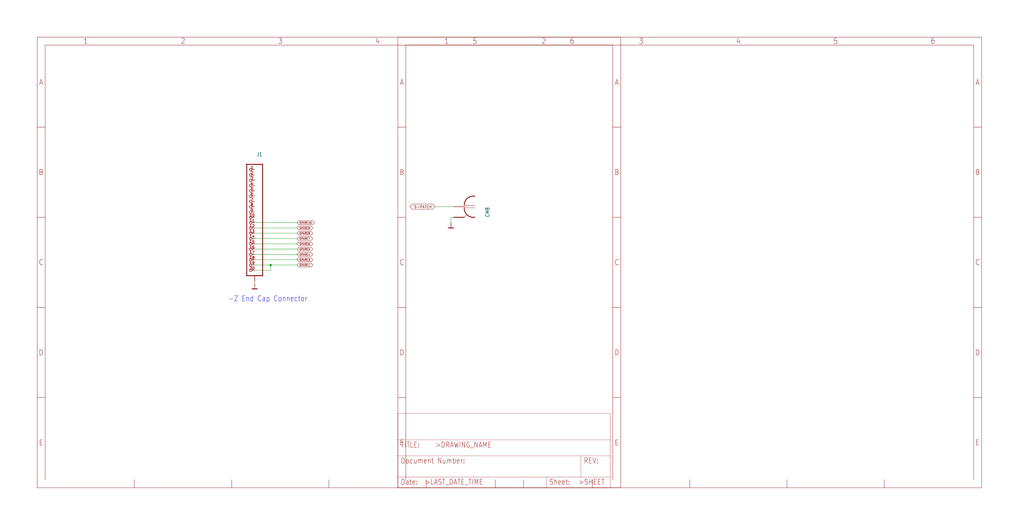
<source format=kicad_sch>
(kicad_sch (version 20211123) (generator eeschema)
  (paper "User" 490.22 254.406)
  (lib_symbols
    (symbol "oresat-backplane-1u-eagle-import:5-104196-5"
      (property "Reference" "J" (at -6.35 29.21 0))
      (property "Value" "5-104196-5" (at -6.35 26.67 0))
      (symbol "5-104196-5_1_0"
        (polyline (pts (xy -6.35 -27.94) (xy 1.27 -27.94)) (stroke (width 0.4064)))
        (polyline (pts (xy -6.35 25.4) (xy -6.35 -27.94)) (stroke (width 0.4064)))
        (polyline (pts (xy 1.27 -27.94) (xy 1.27 25.4)) (stroke (width 0.4064)))
        (polyline (pts (xy 1.27 25.4) (xy -6.35 25.4)) (stroke (width 0.4064)))
        (pin passive inverted (at -2.54 22.86 0) (length 2.54) (name "1") (number "1"))
        (pin passive inverted (at -2.54 0 0) (length 2.54) (name "10") (number "10"))
        (pin passive inverted (at -2.54 -2.54 0) (length 2.54) (name "11") (number "11"))
        (pin passive inverted (at -2.54 -5.08 0) (length 2.54) (name "12") (number "12"))
        (pin passive inverted (at -2.54 -7.62 0) (length 2.54) (name "13") (number "13"))
        (pin passive inverted (at -2.54 -10.16 0) (length 2.54) (name "14") (number "14"))
        (pin passive inverted (at -2.54 -12.7 0) (length 2.54) (name "15") (number "15"))
        (pin passive inverted (at -2.54 -15.24 0) (length 2.54) (name "16") (number "16"))
        (pin passive inverted (at -2.54 -17.78 0) (length 2.54) (name "17") (number "17"))
        (pin passive inverted (at -2.54 -20.32 0) (length 2.54) (name "18") (number "18"))
        (pin passive inverted (at -2.54 -22.86 0) (length 2.54) (name "19") (number "19"))
        (pin passive inverted (at -2.54 20.32 0) (length 2.54) (name "2") (number "2"))
        (pin passive inverted (at -2.54 -25.4 0) (length 2.54) (name "20") (number "20"))
        (pin passive inverted (at -2.54 17.78 0) (length 2.54) (name "3") (number "3"))
        (pin passive inverted (at -2.54 15.24 0) (length 2.54) (name "4") (number "4"))
        (pin passive inverted (at -2.54 12.7 0) (length 2.54) (name "5") (number "5"))
        (pin passive inverted (at -2.54 10.16 0) (length 2.54) (name "6") (number "6"))
        (pin passive inverted (at -2.54 7.62 0) (length 2.54) (name "7") (number "7"))
        (pin passive inverted (at -2.54 5.08 0) (length 2.54) (name "8") (number "8"))
        (pin passive inverted (at -2.54 2.54 0) (length 2.54) (name "9") (number "9"))
        (pin passive line (at -2.54 -30.48 90) (length 2.54) (name "HD") (number "HD1"))
        (pin passive line (at -2.54 -30.48 90) (length 2.54) (name "HD") (number "HD2"))
        (pin passive line (at -2.54 -30.48 90) (length 2.54) (name "HD") (number "HD3"))
      )
    )
    (symbol "oresat-backplane-1u-eagle-import:FRAME_A_L"
      (symbol "FRAME_A_L_0_0"
        (polyline (pts (xy 0 43.18) (xy 3.81 43.18)))
        (polyline (pts (xy 0 86.36) (xy 3.81 86.36)))
        (polyline (pts (xy 0 129.54) (xy 3.81 129.54)))
        (polyline (pts (xy 0 172.72) (xy 3.81 172.72)))
        (polyline (pts (xy 3.81 3.81) (xy 3.81 212.09)))
        (polyline (pts (xy 46.5667 0) (xy 46.5667 3.81)))
        (polyline (pts (xy 93.1333 0) (xy 93.1333 3.81)))
        (polyline (pts (xy 139.7 0) (xy 139.7 3.81)))
        (polyline (pts (xy 186.2667 0) (xy 186.2667 3.81)))
        (polyline (pts (xy 232.8333 0) (xy 232.8333 3.81)))
        (polyline (pts (xy 275.59 3.81) (xy 275.59 212.09)))
        (polyline (pts (xy 275.59 43.18) (xy 279.4 43.18)))
        (polyline (pts (xy 275.59 86.36) (xy 279.4 86.36)))
        (polyline (pts (xy 275.59 129.54) (xy 279.4 129.54)))
        (polyline (pts (xy 275.59 172.72) (xy 279.4 172.72)))
        (polyline (pts (xy 275.59 212.09) (xy 3.81 212.09)))
        (polyline (pts (xy 0 0) (xy 279.4 0) (xy 279.4 215.9) (xy 0 215.9) (xy 0 0)))
        (text "1" (at 23.2833 213.995 0) (effects (font (size 2.54 2.286))))
        (text "2" (at 69.85 213.995 0) (effects (font (size 2.54 2.286))))
        (text "3" (at 116.4167 213.995 0) (effects (font (size 2.54 2.286))))
        (text "4" (at 162.9833 213.995 0) (effects (font (size 2.54 2.286))))
        (text "5" (at 209.55 213.995 0) (effects (font (size 2.54 2.286))))
        (text "6" (at 256.1167 213.995 0) (effects (font (size 2.54 2.286))))
        (text "A" (at 1.905 194.31 0) (effects (font (size 2.54 2.286))))
        (text "A" (at 277.495 194.31 0) (effects (font (size 2.54 2.286))))
        (text "B" (at 1.905 151.13 0) (effects (font (size 2.54 2.286))))
        (text "B" (at 277.495 151.13 0) (effects (font (size 2.54 2.286))))
        (text "C" (at 1.905 107.95 0) (effects (font (size 2.54 2.286))))
        (text "C" (at 277.495 107.95 0) (effects (font (size 2.54 2.286))))
        (text "D" (at 1.905 64.77 0) (effects (font (size 2.54 2.286))))
        (text "D" (at 277.495 64.77 0) (effects (font (size 2.54 2.286))))
        (text "E" (at 1.905 21.59 0) (effects (font (size 2.54 2.286))))
        (text "E" (at 277.495 21.59 0) (effects (font (size 2.54 2.286))))
      )
      (symbol "FRAME_A_L_2_0"
        (polyline (pts (xy 0 0) (xy 0 5.08)) (stroke (width 0.1016)))
        (polyline (pts (xy 0 0) (xy 71.12 0)) (stroke (width 0.1016)))
        (polyline (pts (xy 0 5.08) (xy 0 15.24)) (stroke (width 0.1016)))
        (polyline (pts (xy 0 5.08) (xy 71.12 5.08)) (stroke (width 0.1016)))
        (polyline (pts (xy 0 15.24) (xy 0 22.86)) (stroke (width 0.1016)))
        (polyline (pts (xy 0 22.86) (xy 0 35.56)) (stroke (width 0.1016)))
        (polyline (pts (xy 0 22.86) (xy 101.6 22.86)) (stroke (width 0.1016)))
        (polyline (pts (xy 71.12 0) (xy 101.6 0)) (stroke (width 0.1016)))
        (polyline (pts (xy 71.12 5.08) (xy 71.12 0)) (stroke (width 0.1016)))
        (polyline (pts (xy 71.12 5.08) (xy 87.63 5.08)) (stroke (width 0.1016)))
        (polyline (pts (xy 87.63 5.08) (xy 101.6 5.08)) (stroke (width 0.1016)))
        (polyline (pts (xy 87.63 15.24) (xy 0 15.24)) (stroke (width 0.1016)))
        (polyline (pts (xy 87.63 15.24) (xy 87.63 5.08)) (stroke (width 0.1016)))
        (polyline (pts (xy 101.6 5.08) (xy 101.6 0)) (stroke (width 0.1016)))
        (polyline (pts (xy 101.6 15.24) (xy 87.63 15.24)) (stroke (width 0.1016)))
        (polyline (pts (xy 101.6 15.24) (xy 101.6 5.08)) (stroke (width 0.1016)))
        (polyline (pts (xy 101.6 22.86) (xy 101.6 15.24)) (stroke (width 0.1016)))
        (polyline (pts (xy 101.6 35.56) (xy 0 35.56)) (stroke (width 0.1016)))
        (polyline (pts (xy 101.6 35.56) (xy 101.6 22.86)) (stroke (width 0.1016)))
        (text ">DRAWING_NAME" (at 17.78 19.05 0) (effects (font (size 2.54 2.159)) (justify left bottom)))
        (text ">LAST_DATE_TIME" (at 12.7 1.27 0) (effects (font (size 2.54 2.159)) (justify left bottom)))
        (text ">SHEET" (at 86.36 1.27 0) (effects (font (size 2.54 2.159)) (justify left bottom)))
        (text "Date:" (at 1.27 1.27 0) (effects (font (size 2.54 2.159)) (justify left bottom)))
        (text "Document Number:" (at 1.27 11.43 0) (effects (font (size 2.54 2.159)) (justify left bottom)))
        (text "REV:" (at 88.9 11.43 0) (effects (font (size 2.54 2.159)) (justify left bottom)))
        (text "Sheet:" (at 72.39 1.27 0) (effects (font (size 2.54 2.159)) (justify left bottom)))
        (text "TITLE:" (at 1.27 19.05 0) (effects (font (size 2.54 2.159)) (justify left bottom)))
      )
    )
    (symbol "oresat-backplane-1u-eagle-import:GND" (power)
      (symbol "GND_1_0"
        (polyline (pts (xy -1.27 -2.54) (xy 1.27 -2.54)) (stroke (width 0.4064)))
        (pin power_in line (at 0 0 270) (length 2.54) (name "GND") (number "1"))
      )
    )
    (symbol "oresat-backplane-1u-eagle-import:U.FL-R-SMA"
      (property "Value" "U.FL-R-SMA" (at -5.08 6.35 0))
      (symbol "U.FL-R-SMA_1_0"
        (arc (start -5.08 4.318) (mid -3.8153 1.2647) (end -0.762 0) (stroke (width 0.381)))
        (polyline (pts (xy -5.08 0) (xy -3.81 1.27)) (stroke (width 0.1524)))
        (polyline (pts (xy -5.08 5.08) (xy -5.08 4.318)) (stroke (width 0.381)))
        (polyline (pts (xy -0.508 0.508) (xy 0 0)) (stroke (width 0.1524)))
        (polyline (pts (xy -0.508 5.08) (xy -0.508 0.508)) (stroke (width 0.1524)))
        (polyline (pts (xy 0 0) (xy 0.508 0.508)) (stroke (width 0.1524)))
        (polyline (pts (xy 0.508 0.508) (xy 0.508 5.08)) (stroke (width 0.1524)))
        (polyline (pts (xy 5.08 5.08) (xy 5.08 4.318)) (stroke (width 0.381)))
        (arc (start 0.762 0) (mid 3.8153 1.2647) (end 5.08 4.318) (stroke (width 0.381)))
        (pin bidirectional line (at 0 -5.08 90) (length 5.08) (name "P$1") (number "1"))
        (pin bidirectional line (at -5.08 -5.08 90) (length 5.08) (name "P$2") (number "2"))
        (pin bidirectional line (at -5.08 -5.08 90) (length 5.08) (name "P$2") (number "3"))
      )
    )
  )
  (junction (at 129.54 127))
  (wire (pts (xy 129.54 129.54) (xy 129.54 127)))
  (wire (pts (xy 121.92 135.89) (xy 121.92 134.62)))
  (wire (pts (xy 121.92 119.38) (xy 142.24 119.38)))
  (wire (pts (xy 121.92 111.76) (xy 142.24 111.76)))
  (wire (pts (xy 121.92 129.54) (xy 129.54 129.54)))
  (wire (pts (xy 129.54 127) (xy 142.24 127)))
  (wire (pts (xy 121.92 127) (xy 129.54 127)))
  (wire (pts (xy 217.17 99.06) (xy 208.28 99.06)))
  (wire (pts (xy 121.92 109.22) (xy 142.24 109.22)))
  (wire (pts (xy 121.92 121.92) (xy 142.24 121.92)))
  (wire (pts (xy 215.9 104.14) (xy 217.17 104.14)))
  (wire (pts (xy 215.9 106.68) (xy 215.9 104.14)))
  (wire (pts (xy 121.92 116.84) (xy 142.24 116.84)))
  (wire (pts (xy 121.92 106.68) (xy 142.24 106.68)))
  (wire (pts (xy 121.92 124.46) (xy 142.24 124.46)))
  (wire (pts (xy 121.92 114.3) (xy 142.24 114.3)))
  (text "-Z End Cap Connector" (at 109.22 144.78 180) (effects (font (size 2.54 2.159)) (justify left bottom)))
  (global_label "SPARE8" (shape bidirectional) (at 142.24 111.76 0) (effects (font (size 0.889 0.889))) (property "Intersheet References" "${INTERSHEET_REFS}" (effects hide)))
  (global_label "SPARE3" (shape bidirectional) (at 142.24 124.46 0) (effects (font (size 0.889 0.889))) (property "Intersheet References" "${INTERSHEET_REFS}" (effects hide)))
  (global_label "SPARE4" (shape bidirectional) (at 142.24 121.92 0) (effects (font (size 0.889 0.889))) (property "Intersheet References" "${INTERSHEET_REFS}" (effects hide)))
  (global_label "SPARE1" (shape bidirectional) (at 142.24 127 0) (effects (font (size 0.889 0.889))) (property "Intersheet References" "${INTERSHEET_REFS}" (effects hide)))
  (global_label "S-PATCH" (shape bidirectional) (at 208.28 99.06 180) (effects (font (size 1.2446 1.2446))) (property "Intersheet References" "${INTERSHEET_REFS}" (effects hide)))
  (global_label "SPARE7" (shape bidirectional) (at 142.24 114.3 0) (effects (font (size 0.889 0.889))) (property "Intersheet References" "${INTERSHEET_REFS}" (effects hide)))
  (global_label "SPARE6" (shape bidirectional) (at 142.24 116.84 0) (effects (font (size 0.889 0.889))) (property "Intersheet References" "${INTERSHEET_REFS}" (effects hide)))
  (global_label "SPARE10" (shape bidirectional) (at 142.24 106.68 0) (effects (font (size 0.889 0.889))) (property "Intersheet References" "${INTERSHEET_REFS}" (effects hide)))
  (global_label "SPARE9" (shape bidirectional) (at 142.24 109.22 0) (effects (font (size 0.889 0.889))) (property "Intersheet References" "${INTERSHEET_REFS}" (effects hide)))
  (global_label "SPARE5" (shape bidirectional) (at 142.24 119.38 0) (effects (font (size 0.889 0.889))) (property "Intersheet References" "${INTERSHEET_REFS}" (effects hide)))
  (symbol (lib_id "oresat-backplane-1u-eagle-import:5-104196-5") (at 119.38 104.14 0) (mirror y) (unit 1)
    (property "Reference" "J1" (at 125.73 74.93 0) (effects (font (size 1.778 1.5113)) (justify left bottom)))
  )
  (symbol (lib_id "oresat-backplane-1u-eagle-import:U.FL-R-SMA") (at 222.25 99.06 270) (mirror x) (unit 1)
    (property "Reference" "CM8" (at 232.41 104.14 0) (effects (font (size 1.778 1.5113)) (justify left bottom)))
  )
  (symbol (lib_id "oresat-backplane-1u-eagle-import:GND") (at 215.9 106.68 0) (unit 1)
    (property "Reference" "#GND8" (effects hide))
  )
  (symbol (lib_id "oresat-backplane-1u-eagle-import:FRAME_A_L") (at 17.78 233.68 0) (unit 1)
    (property "Reference" "#FRAME12" (effects hide))
  )
  (symbol (lib_id "oresat-backplane-1u-eagle-import:GND") (at 121.92 135.89 0) (unit 1)
    (property "Reference" "#GND6" (effects hide))
  )
  (symbol (lib_id "oresat-backplane-1u-eagle-import:FRAME_A_L") (at 190.5 233.68 0) (unit 2)
    (property "Reference" "#FRAME12" (effects hide))
  )
)
</source>
